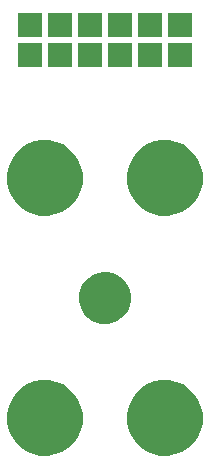
<source format=gbr>
%TF.GenerationSoftware,KiCad,Pcbnew,no-vcs-found-ad9916e~61~ubuntu16.04.1*%
%TF.CreationDate,2017-11-30T01:56:44+01:00*%
%TF.ProjectId,RPS01A,5250533031412E6B696361645F706362,01A*%
%TF.SameCoordinates,Original*%
%TF.FileFunction,Soldermask,Top*%
%TF.FilePolarity,Negative*%
%FSLAX46Y46*%
G04 Gerber Fmt 4.6, Leading zero omitted, Abs format (unit mm)*
G04 Created by KiCad (PCBNEW no-vcs-found-ad9916e~61~ubuntu16.04.1) date Thu Nov 30 01:56:44 2017*
%MOMM*%
%LPD*%
G01*
G04 APERTURE LIST*
%ADD10C,0.350000*%
G04 APERTURE END LIST*
D10*
G36*
X130416110Y-106722128D02*
X131030848Y-106848315D01*
X131609363Y-107091500D01*
X132129631Y-107442426D01*
X132571824Y-107887717D01*
X132919105Y-108410418D01*
X133158249Y-108990622D01*
X133280004Y-109605534D01*
X133280004Y-109605551D01*
X133280137Y-109606224D01*
X133270128Y-110323007D01*
X133269977Y-110323670D01*
X133269977Y-110323694D01*
X133131099Y-110934968D01*
X132875851Y-111508261D01*
X132514107Y-112021067D01*
X132059653Y-112453838D01*
X131529787Y-112790100D01*
X130944712Y-113017036D01*
X130326688Y-113126011D01*
X129699273Y-113112868D01*
X129086359Y-112978110D01*
X128511293Y-112726871D01*
X127995980Y-112368718D01*
X127560044Y-111917294D01*
X127220093Y-111389792D01*
X126989075Y-110806307D01*
X126875790Y-110189064D01*
X126884551Y-109561576D01*
X127015027Y-108947734D01*
X127262248Y-108370925D01*
X127616795Y-107853123D01*
X128065163Y-107414048D01*
X128590276Y-107070424D01*
X129172132Y-106835339D01*
X129788571Y-106717746D01*
X130416110Y-106722128D01*
X130416110Y-106722128D01*
G37*
G36*
X140576110Y-106722128D02*
X141190848Y-106848315D01*
X141769363Y-107091500D01*
X142289631Y-107442426D01*
X142731824Y-107887717D01*
X143079105Y-108410418D01*
X143318249Y-108990622D01*
X143440004Y-109605534D01*
X143440004Y-109605551D01*
X143440137Y-109606224D01*
X143430128Y-110323007D01*
X143429977Y-110323670D01*
X143429977Y-110323694D01*
X143291099Y-110934968D01*
X143035851Y-111508261D01*
X142674107Y-112021067D01*
X142219653Y-112453838D01*
X141689787Y-112790100D01*
X141104712Y-113017036D01*
X140486688Y-113126011D01*
X139859273Y-113112868D01*
X139246359Y-112978110D01*
X138671293Y-112726871D01*
X138155980Y-112368718D01*
X137720044Y-111917294D01*
X137380093Y-111389792D01*
X137149075Y-110806307D01*
X137035790Y-110189064D01*
X137044551Y-109561576D01*
X137175027Y-108947734D01*
X137422248Y-108370925D01*
X137776795Y-107853123D01*
X138225163Y-107414048D01*
X138750276Y-107070424D01*
X139332132Y-106835339D01*
X139948571Y-106717746D01*
X140576110Y-106722128D01*
X140576110Y-106722128D01*
G37*
G36*
X135391076Y-97561462D02*
X135813709Y-97648215D01*
X136211438Y-97815405D01*
X136569123Y-98056666D01*
X136873131Y-98362804D01*
X137111886Y-98722161D01*
X137276298Y-99121052D01*
X137359962Y-99543589D01*
X137359962Y-99543611D01*
X137360094Y-99544279D01*
X137353213Y-100037067D01*
X137353062Y-100037730D01*
X137353062Y-100037754D01*
X137257633Y-100457787D01*
X137082146Y-100851937D01*
X136833452Y-101204482D01*
X136521013Y-101502015D01*
X136156728Y-101733196D01*
X135754491Y-101889214D01*
X135329598Y-101964135D01*
X134898250Y-101955098D01*
X134476871Y-101862452D01*
X134081513Y-101689725D01*
X133727235Y-101443495D01*
X133427529Y-101133141D01*
X133193812Y-100770482D01*
X133034987Y-100369336D01*
X132957103Y-99944981D01*
X132963127Y-99513584D01*
X133052829Y-99091567D01*
X133222794Y-98695009D01*
X133466545Y-98339021D01*
X133774799Y-98037156D01*
X134135813Y-97800915D01*
X134535839Y-97639294D01*
X134959642Y-97558449D01*
X135391076Y-97561462D01*
X135391076Y-97561462D01*
G37*
G36*
X130416110Y-86402128D02*
X131030848Y-86528315D01*
X131609363Y-86771500D01*
X132129631Y-87122426D01*
X132571824Y-87567717D01*
X132919105Y-88090418D01*
X133158249Y-88670622D01*
X133280004Y-89285534D01*
X133280004Y-89285551D01*
X133280137Y-89286224D01*
X133270128Y-90003007D01*
X133269977Y-90003670D01*
X133269977Y-90003694D01*
X133131099Y-90614968D01*
X132875851Y-91188261D01*
X132514107Y-91701067D01*
X132059653Y-92133838D01*
X131529787Y-92470100D01*
X130944712Y-92697036D01*
X130326688Y-92806011D01*
X129699273Y-92792868D01*
X129086359Y-92658110D01*
X128511293Y-92406871D01*
X127995980Y-92048718D01*
X127560044Y-91597294D01*
X127220093Y-91069792D01*
X126989075Y-90486307D01*
X126875790Y-89869064D01*
X126884551Y-89241576D01*
X127015027Y-88627734D01*
X127262248Y-88050925D01*
X127616795Y-87533123D01*
X128065163Y-87094048D01*
X128590276Y-86750424D01*
X129172132Y-86515339D01*
X129788571Y-86397746D01*
X130416110Y-86402128D01*
X130416110Y-86402128D01*
G37*
G36*
X140576110Y-86402128D02*
X141190848Y-86528315D01*
X141769363Y-86771500D01*
X142289631Y-87122426D01*
X142731824Y-87567717D01*
X143079105Y-88090418D01*
X143318249Y-88670622D01*
X143440004Y-89285534D01*
X143440004Y-89285551D01*
X143440137Y-89286224D01*
X143430128Y-90003007D01*
X143429977Y-90003670D01*
X143429977Y-90003694D01*
X143291099Y-90614968D01*
X143035851Y-91188261D01*
X142674107Y-91701067D01*
X142219653Y-92133838D01*
X141689787Y-92470100D01*
X141104712Y-92697036D01*
X140486688Y-92806011D01*
X139859273Y-92792868D01*
X139246359Y-92658110D01*
X138671293Y-92406871D01*
X138155980Y-92048718D01*
X137720044Y-91597294D01*
X137380093Y-91069792D01*
X137149075Y-90486307D01*
X137035790Y-89869064D01*
X137044551Y-89241576D01*
X137175027Y-88627734D01*
X137422248Y-88050925D01*
X137776795Y-87533123D01*
X138225163Y-87094048D01*
X138750276Y-86750424D01*
X139332132Y-86515339D01*
X139948571Y-86397746D01*
X140576110Y-86402128D01*
X140576110Y-86402128D01*
G37*
G36*
X132375500Y-80211500D02*
X130324500Y-80211500D01*
X130324500Y-78160500D01*
X132375500Y-78160500D01*
X132375500Y-80211500D01*
X132375500Y-80211500D01*
G37*
G36*
X129835500Y-80211500D02*
X127784500Y-80211500D01*
X127784500Y-78160500D01*
X129835500Y-78160500D01*
X129835500Y-80211500D01*
X129835500Y-80211500D01*
G37*
G36*
X139995500Y-80211500D02*
X137944500Y-80211500D01*
X137944500Y-78160500D01*
X139995500Y-78160500D01*
X139995500Y-80211500D01*
X139995500Y-80211500D01*
G37*
G36*
X134915500Y-80211500D02*
X132864500Y-80211500D01*
X132864500Y-78160500D01*
X134915500Y-78160500D01*
X134915500Y-80211500D01*
X134915500Y-80211500D01*
G37*
G36*
X142535500Y-80211500D02*
X140484500Y-80211500D01*
X140484500Y-78160500D01*
X142535500Y-78160500D01*
X142535500Y-80211500D01*
X142535500Y-80211500D01*
G37*
G36*
X137455500Y-80211500D02*
X135404500Y-80211500D01*
X135404500Y-78160500D01*
X137455500Y-78160500D01*
X137455500Y-80211500D01*
X137455500Y-80211500D01*
G37*
G36*
X134915500Y-77671500D02*
X132864500Y-77671500D01*
X132864500Y-75620500D01*
X134915500Y-75620500D01*
X134915500Y-77671500D01*
X134915500Y-77671500D01*
G37*
G36*
X142535500Y-77671500D02*
X140484500Y-77671500D01*
X140484500Y-75620500D01*
X142535500Y-75620500D01*
X142535500Y-77671500D01*
X142535500Y-77671500D01*
G37*
G36*
X139995500Y-77671500D02*
X137944500Y-77671500D01*
X137944500Y-75620500D01*
X139995500Y-75620500D01*
X139995500Y-77671500D01*
X139995500Y-77671500D01*
G37*
G36*
X137455500Y-77671500D02*
X135404500Y-77671500D01*
X135404500Y-75620500D01*
X137455500Y-75620500D01*
X137455500Y-77671500D01*
X137455500Y-77671500D01*
G37*
G36*
X132375500Y-77671500D02*
X130324500Y-77671500D01*
X130324500Y-75620500D01*
X132375500Y-75620500D01*
X132375500Y-77671500D01*
X132375500Y-77671500D01*
G37*
G36*
X129835500Y-77671500D02*
X127784500Y-77671500D01*
X127784500Y-75620500D01*
X129835500Y-75620500D01*
X129835500Y-77671500D01*
X129835500Y-77671500D01*
G37*
M02*

</source>
